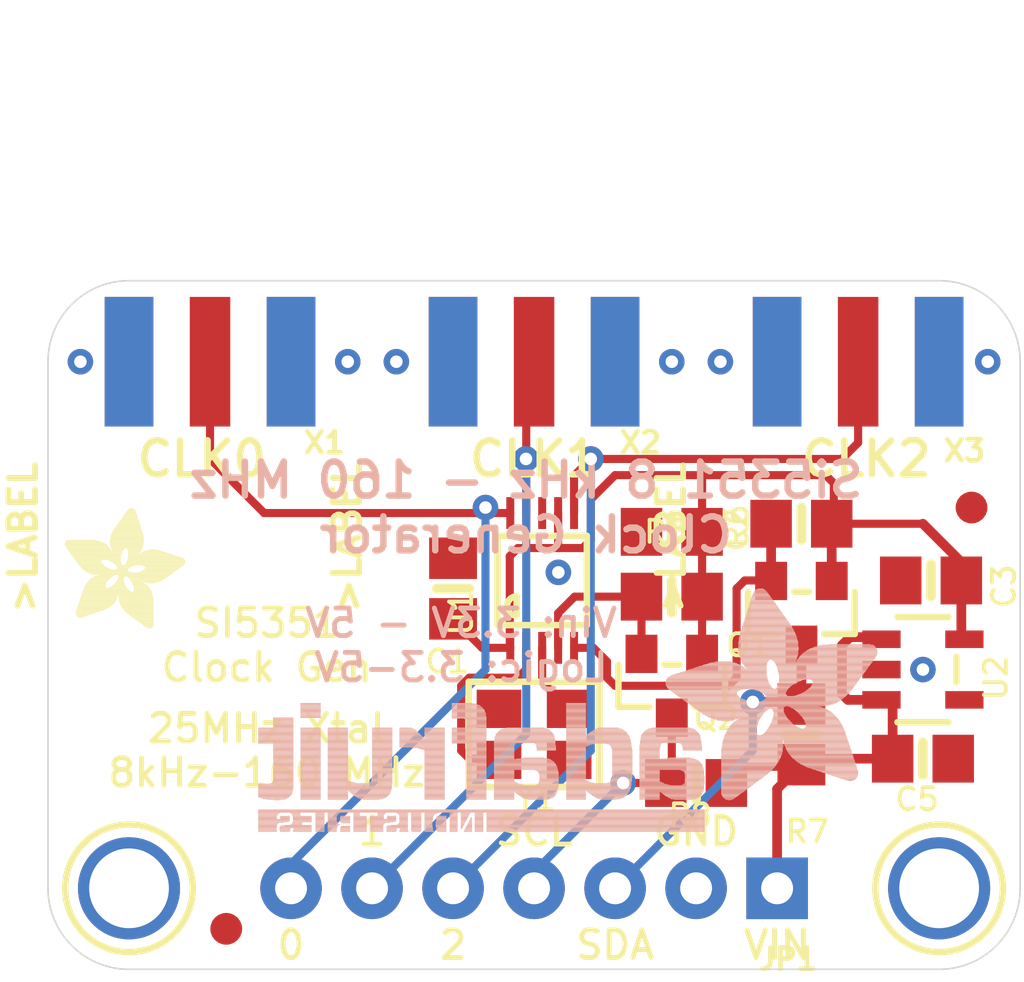
<source format=kicad_pcb>
(kicad_pcb (version 20211014) (generator pcbnew)
  (layers (0 "F.Cu" signal) (31 "B.Cu" signal) (34 "B.Paste" user) (35 "F.Paste" user) (36 "B.SilkS" user "B.Silkscreen") (37 "F.SilkS" user "F.Silkscreen") (38 "B.Mask" user) (39 "F.Mask" user) (44 "Edge.Cuts" user))
  (net 0 "")
  (net 1 "N$1")
  (net 2 "N$2")
  (net 3 "GND")
  (net 4 "CLK2")
  (net 5 "CLK1")
  (net 6 "CLK0")
  (net 7 "VDD")
  (net 8 "SCL_3V")
  (net 9 "SDA_3V")
  (net 10 "SDA_5V")
  (net 11 "SCL_5V")
  (net 12 "VIN")
  (footprint "boardEagle:CRYSTAL_3.2X2.5" (layer "F.Cu") (at 148.5011 108.4326 180)
    (fp_text reference "Y1" (at -0.762 -2.032) (layer "F.SilkS") (effects (font (size 0.692831 0.692831) (thickness 0.119969)) (justify right)))
    (fp_text value "25MHz")
    (pad "1" smd rect (at -1.1 0.8 180) (size 1.4 1.2) (layers "F.Cu" "F.Paste" "F.Mask") (net 1 "N$1"))
    (pad "2" smd rect (at 1.1 -0.8 180) (size 1.4 1.2) (layers "F.Cu" "F.Paste" "F.Mask") (net 2 "N$2"))
    (pad "GND1" smd rect (at -1.1 -0.8 180) (size 1.4 1.2) (layers "F.Cu" "F.Paste" "F.Mask"))
    (pad "GND2" smd rect (at 1.1 0.8 180) (size 1.4 1.2) (layers "F.Cu" "F.Paste" "F.Mask"))
  )
  (footprint "boardEagle:0805-NO" (layer "F.Cu") (at 152.8191 104.1146)
    (fp_text reference "R5" (at 0.5715 -2.032) (layer "F.SilkS") (effects (font (size 0.692831 0.692831) (thickness 0.119969)) (justify right)))
    (fp_text value "10K")
    (pad "1" smd rect (at -0.95 0) (size 1.3 1.5) (layers "F.Cu" "F.Paste" "F.Mask") (net 8 "SCL_3V"))
    (pad "2" smd rect (at 0.95 0) (size 1.3 1.5) (layers "F.Cu" "F.Paste" "F.Mask") (net 7 "VDD"))
  )
  (footprint "boardEagle:MOUNTINGHOLE_2.5_PLATED" (layer "F.Cu") (at 135.8011 113.2586 180)
    (fp_text reference "U$11" hide)
    (fp_text value "MOUNTINGHOLE2.5" hide)
    (pad "P$1" thru_hole circle (at 0 0 180) (size 3.2 3.2) (drill 2.5) (layers *.Cu *.Mask))
  )
  (footprint "boardEagle:SOT23-WIDE" (layer "F.Cu") (at 152.8191 106.9086 180)
    (fp_text reference "Q2" (at -2.159 -1.016) (layer "F.SilkS") (effects (font (size 0.692831 0.692831) (thickness 0.119969)) (justify right)))
    (fp_text value "BSS138")
    (pad "1" smd rect (at -0.95 1 180) (size 1 1.2) (layers "F.Cu" "F.Paste" "F.Mask") (net 7 "VDD"))
    (pad "2" smd rect (at 0.95 1 180) (size 1 1.2) (layers "F.Cu" "F.Paste" "F.Mask") (net 8 "SCL_3V"))
    (pad "3" smd rect (at 0 -1 180) (size 1 1.2) (layers "F.Cu" "F.Paste" "F.Mask") (net 11 "SCL_5V"))
  )
  (footprint "boardEagle:SOT23-5" (layer "F.Cu") (at 160.6931 106.4006 -90)
    (fp_text reference "U2" (at -0.508 -2.286 90) (layer "F.SilkS") (effects (font (size 0.692831 0.692831) (thickness 0.119969)) (justify right)))
    (fp_text value "RT9193")
    (pad "1" smd rect (at -0.95 1.3001 270) (size 0.55 1.2) (layers "F.Cu" "F.Paste" "F.Mask") (net 12 "VIN"))
    (pad "2" smd rect (at 0 1.3001 270) (size 0.55 1.2) (layers "F.Cu" "F.Paste" "F.Mask") (net 3 "GND"))
    (pad "3" smd rect (at 0.95 1.3001 270) (size 0.55 1.2) (layers "F.Cu" "F.Paste" "F.Mask") (net 12 "VIN"))
    (pad "4" smd rect (at 0.95 -1.3001 270) (size 0.55 1.2) (layers "F.Cu" "F.Paste" "F.Mask"))
    (pad "5" smd rect (at -0.95 -1.3001 270) (size 0.55 1.2) (layers "F.Cu" "F.Paste" "F.Mask") (net 7 "VDD"))
  )
  (footprint "boardEagle:SMA_EDGELAUNCH" (layer "F.Cu") (at 148.5011 94.7166 -90)
    (fp_text reference "X2" (at 4.572 -4.064) (layer "F.SilkS") (effects (font (size 0.662838 0.662838) (thickness 0.149962)) (justify right)))
    (fp_text value "")
    (fp_text user ">LABEL" (at 5.08 6.35 -90) (layer "F.SilkS") (effects (font (size 0.83312 0.83312) (thickness 0.18288)) (justify right top)))
    (pad "GND@1" smd rect (at 2.032 2.54) (size 1.524 4.064) (layers "F.Cu" "F.Mask") (net 3 "GND"))
    (pad "GND@2" smd rect (at 2.032 -2.54) (size 1.524 4.064) (layers "F.Cu" "F.Mask") (net 3 "GND"))
    (pad "GND@3" smd rect (at 2.032 -2.54) (size 1.524 4.064) (layers "B.Cu" "B.Mask") (net 3 "GND"))
    (pad "GND@4" smd rect (at 2.032 2.54) (size 1.524 4.064) (layers "B.Cu" "B.Mask") (net 3 "GND"))
    (pad "P" smd rect (at 2.032 0) (size 1.27 4.064) (layers "F.Cu" "F.Mask") (net 5 "CLK1"))
  )
  (footprint "boardEagle:0805-NO" (layer "F.Cu") (at 160.6931 109.1946)
    (fp_text reference "C5" (at 0.5715 1.27) (layer "F.SilkS") (effects (font (size 0.692831 0.692831) (thickness 0.119969)) (justify right)))
    (fp_text value "10µF")
    (pad "1" smd rect (at -0.95 0) (size 1.3 1.5) (layers "F.Cu" "F.Paste" "F.Mask") (net 12 "VIN"))
    (pad "2" smd rect (at 0.95 0) (size 1.3 1.5) (layers "F.Cu" "F.Paste" "F.Mask") (net 3 "GND"))
  )
  (footprint "boardEagle:0805-NO" (layer "F.Cu") (at 160.9471 103.6066 180)
    (fp_text reference "C3" (at -2.286 0.5715 90) (layer "F.SilkS") (effects (font (size 0.692831 0.692831) (thickness 0.119969)) (justify right)))
    (fp_text value "10µF")
    (pad "1" smd rect (at -0.95 0 180) (size 1.3 1.5) (layers "F.Cu" "F.Paste" "F.Mask") (net 7 "VDD"))
    (pad "2" smd rect (at 0.95 0 180) (size 1.3 1.5) (layers "F.Cu" "F.Paste" "F.Mask") (net 3 "GND"))
  )
  (footprint "boardEagle:SMA_EDGELAUNCH" (layer "F.Cu") (at 158.6611 94.7166 -90)
    (fp_text reference "X3" (at 4.826 -4.064) (layer "F.SilkS") (effects (font (size 0.662838 0.662838) (thickness 0.149962)) (justify right)))
    (fp_text value "")
    (fp_text user ">LABEL" (at 5.08 6.35 -90) (layer "F.SilkS") (effects (font (size 0.83312 0.83312) (thickness 0.18288)) (justify right top)))
    (pad "GND@1" smd rect (at 2.032 2.54) (size 1.524 4.064) (layers "F.Cu" "F.Mask") (net 3 "GND"))
    (pad "GND@2" smd rect (at 2.032 -2.54) (size 1.524 4.064) (layers "F.Cu" "F.Mask") (net 3 "GND"))
    (pad "GND@3" smd rect (at 2.032 -2.54) (size 1.524 4.064) (layers "B.Cu" "B.Mask") (net 3 "GND"))
    (pad "GND@4" smd rect (at 2.032 2.54) (size 1.524 4.064) (layers "B.Cu" "B.Mask") (net 3 "GND"))
    (pad "P" smd rect (at 2.032 0) (size 1.27 4.064) (layers "F.Cu" "F.Mask") (net 4 "CLK2"))
  )
  (footprint "boardEagle:FIDUCIAL_1MM" (layer "F.Cu") (at 162.2171 101.3206 180)
    (fp_text reference "FID1" hide)
    (fp_text value "FIDUCIAL\"\"" hide)
    (pad "1" smd roundrect (at 0 0 180) (size 1 1) (layers "F.Cu" "F.Mask") (roundrect_rratio 0.5))
  )
  (footprint "boardEagle:ADAFRUIT_3.5MM" (layer "F.Cu") (at 133.7691 105.1306)
    (fp_text reference "U$12" hide)
    (fp_text value "" hide)
  )
  (footprint "boardEagle:0805-NO" (layer "F.Cu") (at 152.8191 102.0826 180)
    (fp_text reference "C2" (at -2.032 0.8255 90) (layer "F.SilkS") (effects (font (size 0.692831 0.692831) (thickness 0.119969)) (justify right)))
    (fp_text value "0.47uF")
    (pad "1" smd rect (at -0.95 0 180) (size 1.3 1.5) (layers "F.Cu" "F.Paste" "F.Mask") (net 7 "VDD"))
    (pad "2" smd rect (at 0.95 0 180) (size 1.3 1.5) (layers "F.Cu" "F.Paste" "F.Mask") (net 3 "GND"))
  )
  (footprint "boardEagle:MSOP10" (layer "F.Cu") (at 148.7551 103.6066)
    (fp_text reference "U1" (at -2.54 0.254 90) (layer "F.SilkS") (effects (font (size 0.692831 0.692831) (thickness 0.119969)) (justify right)))
    (fp_text value "Si5351A-B-GT")
    (pad "1" smd rect (at -1 2.1131) (size 0.25 1) (layers "F.Cu" "F.Paste" "F.Mask") (net 7 "VDD"))
    (pad "2" smd rect (at -0.5 2.1131) (size 0.25 1) (layers "F.Cu" "F.Paste" "F.Mask") (net 2 "N$2"))
    (pad "3" smd rect (at 0 2.1131) (size 0.25 1) (layers "F.Cu" "F.Paste" "F.Mask") (net 1 "N$1"))
    (pad "4" smd rect (at 0.5 2.1131) (size 0.25 1) (layers "F.Cu" "F.Paste" "F.Mask") (net 8 "SCL_3V"))
    (pad "5" smd rect (at 1 2.1131) (size 0.25 1) (layers "F.Cu" "F.Paste" "F.Mask") (net 9 "SDA_3V"))
    (pad "6" smd rect (at 1 -2.1131 180) (size 0.25 1) (layers "F.Cu" "F.Paste" "F.Mask") (net 4 "CLK2"))
    (pad "7" smd rect (at 0.5 -2.1131 180) (size 0.25 1) (layers "F.Cu" "F.Paste" "F.Mask") (net 7 "VDD"))
    (pad "8" smd rect (at 0 -2.1131 180) (size 0.25 1) (layers "F.Cu" "F.Paste" "F.Mask") (net 3 "GND"))
    (pad "9" smd rect (at -0.5 -2.1131 180) (size 0.25 1) (layers "F.Cu" "F.Paste" "F.Mask") (net 5 "CLK1"))
    (pad "10" smd rect (at -1 -2.1131 180) (size 0.25 1) (layers "F.Cu" "F.Paste" "F.Mask") (net 6 "CLK0"))
  )
  (footprint "boardEagle:0805-NO" (layer "F.Cu") (at 145.9611 103.8606 90)
    (fp_text reference "C1" (at -2.286 0.5715) (layer "F.SilkS") (effects (font (size 0.692831 0.692831) (thickness 0.119969)) (justify right)))
    (fp_text value "0.47uF")
    (pad "1" smd rect (at -0.95 0 90) (size 1.3 1.5) (layers "F.Cu" "F.Paste" "F.Mask") (net 7 "VDD"))
    (pad "2" smd rect (at 0.95 0 90) (size 1.3 1.5) (layers "F.Cu" "F.Paste" "F.Mask") (net 3 "GND"))
  )
  (footprint "boardEagle:1X07_ROUND_76" (layer "F.Cu") (at 148.5011 113.2586 180)
    (fp_text reference "JP1" (at -8.9662 -1.8288 180) (layer "F.SilkS") (effects (font (size 0.666496 0.666496) (thickness 0.146304)) (justify right top)))
    (fp_text value "")
    (pad "1" thru_hole rect (at -7.62 0 270) (size 1.9304 1.9304) (drill 1) (layers *.Cu *.Mask) (net 12 "VIN"))
    (pad "2" thru_hole circle (at -5.08 0 270) (size 1.9304 1.9304) (drill 1) (layers *.Cu *.Mask) (net 3 "GND"))
    (pad "3" thru_hole circle (at -2.54 0 270) (size 1.9304 1.9304) (drill 1) (layers *.Cu *.Mask) (net 10 "SDA_5V"))
    (pad "4" thru_hole circle (at 0 0 270) (size 1.9304 1.9304) (drill 1) (layers *.Cu *.Mask) (net 11 "SCL_5V"))
    (pad "5" thru_hole circle (at 2.54 0 270) (size 1.9304 1.9304) (drill 1) (layers *.Cu *.Mask) (net 4 "CLK2"))
    (pad "6" thru_hole circle (at 5.08 0 270) (size 1.9304 1.9304) (drill 1) (layers *.Cu *.Mask) (net 5 "CLK1"))
    (pad "7" thru_hole circle (at 7.62 0 270) (size 1.9304 1.9304) (drill 1) (layers *.Cu *.Mask) (net 6 "CLK0"))
  )
  (footprint "boardEagle:0805-NO" (layer "F.Cu") (at 156.8831 108.4326 -90)
    (fp_text reference "R7" (at 3.048 0.5715) (layer "F.SilkS") (effects (font (size 0.692831 0.692831) (thickness 0.119969)) (justify left)))
    (fp_text value "10K")
    (pad "1" smd rect (at -0.95 0 270) (size 1.3 1.5) (layers "F.Cu" "F.Paste" "F.Mask") (net 10 "SDA_5V"))
    (pad "2" smd rect (at 0.95 0 270) (size 1.3 1.5) (layers "F.Cu" "F.Paste" "F.Mask") (net 12 "VIN"))
  )
  (footprint "boardEagle:SMA_EDGELAUNCH" (layer "F.Cu") (at 138.3411 94.7166 -90)
    (fp_text reference "X1" (at 4.572 -4.318) (layer "F.SilkS") (effects (font (size 0.662838 0.662838) (thickness 0.149962)) (justify right)))
    (fp_text value "")
    (fp_text user ">LABEL" (at 5.08 6.35 -90) (layer "F.SilkS") (effects (font (size 0.83312 0.83312) (thickness 0.18288)) (justify right top)))
    (pad "GND@1" smd rect (at 2.032 2.54) (size 1.524 4.064) (layers "F.Cu" "F.Mask") (net 3 "GND"))
    (pad "GND@2" smd rect (at 2.032 -2.54) (size 1.524 4.064) (layers "F.Cu" "F.Mask") (net 3 "GND"))
    (pad "GND@3" smd rect (at 2.032 -2.54) (size 1.524 4.064) (layers "B.Cu" "B.Mask") (net 3 "GND"))
    (pad "GND@4" smd rect (at 2.032 2.54) (size 1.524 4.064) (layers "B.Cu" "B.Mask") (net 3 "GND"))
    (pad "P" smd rect (at 2.032 0) (size 1.27 4.064) (layers "F.Cu" "F.Mask") (net 6 "CLK0"))
  )
  (footprint "boardEagle:0805-NO" (layer "F.Cu") (at 156.8831 101.8286)
    (fp_text reference "R6" (at -2.032 0.8255 90) (layer "F.SilkS") (effects (font (size 0.692831 0.692831) (thickness 0.119969)) (justify left)))
    (fp_text value "10K")
    (pad "1" smd rect (at -0.95 0) (size 1.3 1.5) (layers "F.Cu" "F.Paste" "F.Mask") (net 9 "SDA_3V"))
    (pad "2" smd rect (at 0.95 0) (size 1.3 1.5) (layers "F.Cu" "F.Paste" "F.Mask") (net 7 "VDD"))
  )
  (footprint "boardEagle:MOUNTINGHOLE_2.5_PLATED" (layer "F.Cu") (at 161.2011 113.2586 180)
    (fp_text reference "U$10" hide)
    (fp_text value "MOUNTINGHOLE2.5" hide)
    (pad "P$1" thru_hole circle (at 0 0 180) (size 3.2 3.2) (drill 2.5) (layers *.Cu *.Mask))
  )
  (footprint "boardEagle:SOT23-WIDE" (layer "F.Cu") (at 156.8831 104.6226 180)
    (fp_text reference "Q1" (at 0.889 -1.016) (layer "F.SilkS") (effects (font (size 0.692831 0.692831) (thickness 0.119969)) (justify right)))
    (fp_text value "BSS138")
    (pad "1" smd rect (at -0.95 1 180) (size 1 1.2) (layers "F.Cu" "F.Paste" "F.Mask") (net 7 "VDD"))
    (pad "2" smd rect (at 0.95 1 180) (size 1 1.2) (layers "F.Cu" "F.Paste" "F.Mask") (net 9 "SDA_3V"))
    (pad "3" smd rect (at 0 -1 180) (size 1 1.2) (layers "F.Cu" "F.Paste" "F.Mask") (net 10 "SDA_5V"))
  )
  (footprint "boardEagle:FIDUCIAL_1MM" (layer "F.Cu") (at 138.8491 114.5286 180)
    (fp_text reference "FID2" hide)
    (fp_text value "FIDUCIAL\"\"" hide)
    (pad "1" smd roundrect (at 0 0 180) (size 1 1) (layers "F.Cu" "F.Mask") (roundrect_rratio 0.5))
  )
  (footprint "boardEagle:0805-NO" (layer "F.Cu") (at 153.5811 109.9566)
    (fp_text reference "R8" (at 0.5715 1.016) (layer "F.SilkS") (effects (font (size 0.692831 0.692831) (thickness 0.119969)) (justify right)))
    (fp_text value "10K")
    (pad "1" smd rect (at -0.95 0) (size 1.3 1.5) (layers "F.Cu" "F.Paste" "F.Mask") (net 11 "SCL_5V"))
    (pad "2" smd rect (at 0.95 0) (size 1.3 1.5) (layers "F.Cu" "F.Paste" "F.Mask") (net 12 "VIN"))
  )
  (footprint "boardEagle:ADAFRUIT_TEXT_20MM" (layer "B.Cu") (at 159.4231 111.4806 180)
    (fp_text reference "U$23" hide)
    (fp_text value "" hide)
  )
  (gr_line (start 135.8011 94.2086) (end 161.2011 94.2086) (layer "Edge.Cuts") (width 0.05))
  (gr_arc (start 161.2011 94.2086) (mid 162.997151 94.952549) (end 163.7411 96.7486) (layer "Edge.Cuts") (width 0.05))
  (gr_arc (start 135.8011 115.7986) (mid 134.005049 115.054651) (end 133.2611 113.2586) (layer "Edge.Cuts") (width 0.05))
  (gr_arc (start 133.2611 96.7486) (mid 134.005049 94.952549) (end 135.8011 94.2086) (layer "Edge.Cuts") (width 0.05))
  (gr_line (start 163.7411 96.7486) (end 163.7411 113.2586) (layer "Edge.Cuts") (width 0.05))
  (gr_arc (start 163.7411 113.2586) (mid 162.997151 115.054651) (end 161.2011 115.7986) (layer "Edge.Cuts") (width 0.05))
  (gr_line (start 133.2611 113.2586) (end 133.2611 96.7486) (layer "Edge.Cuts") (width 0.05))
  (gr_line (start 161.2011 115.7986) (end 135.8011 115.7986) (layer "Edge.Cuts") (width 0.05))
  (gr_text "Vin: 3.3V - 5V\nLogic: 3.3-5V" (at 146.2151 105.6386) (layer "B.SilkS") (effects (font (size 0.8636 0.8636) (thickness 0.1524)) (justify mirror)))
  (gr_text "Si5351 8 kHz - 160 MHz\nClock Generator" (at 148.2471 101.3206) (layer "B.SilkS") (effects (font (size 1.0668 1.0668) (thickness 0.2032)) (justify mirror)))
  (gr_text "0" (at 140.8811 115.0366) (layer "F.SilkS") (effects (font (size 0.8636 0.8636) (thickness 0.1524))))
  (gr_text "CLK1" (at 148.5011 99.7966) (layer "F.SilkS") (effects (font (size 1.0668 1.0668) (thickness 0.2032))))
  (gr_text "CLK2" (at 158.9151 99.7966) (layer "F.SilkS") (effects (font (size 1.0668 1.0668) (thickness 0.2032))))
  (gr_text "1" (at 143.4211 111.4806) (layer "F.SilkS") (effects (font (size 0.8636 0.8636) (thickness 0.1524))))
  (gr_text "25MHz Xtal\n8kHz-160 MHz" (at 140.1191 108.9406) (layer "F.SilkS") (effects (font (size 0.8636 0.8636) (thickness 0.1524))))
  (gr_text "SDA" (at 151.0411 115.0366) (layer "F.SilkS") (effects (font (size 0.8636 0.8636) (thickness 0.1524))))
  (gr_text "SCL" (at 148.5011 111.4806) (layer "F.SilkS") (effects (font (size 0.8636 0.8636) (thickness 0.1524))))
  (gr_text "CLK0" (at 138.0871 99.7966) (layer "F.SilkS") (effects (font (size 1.0668 1.0668) (thickness 0.2032))))
  (gr_text "GND" (at 153.5811 111.4806) (layer "F.SilkS") (effects (font (size 0.8636 0.8636) (thickness 0.1524))))
  (gr_text "VIN" (at 156.1211 115.0366) (layer "F.SilkS") (effects (font (size 0.8636 0.8636) (thickness 0.1524))))
  (gr_text "2" (at 145.9611 115.0366) (layer "F.SilkS") (effects (font (size 0.8636 0.8636) (thickness 0.1524))))
  (gr_text "SI5351\nClock Gen" (at 140.1191 105.6386) (layer "F.SilkS") (effects (font (size 0.8636 0.8636) (thickness 0.1524))))
  (segment (start 148.7551 106.7866) (end 149.6011 107.6326) (width 0.254) (layer "F.Cu") (net 1))
  (segment (start 148.7551 105.7197) (end 148.7551 106.7866) (width 0.254) (layer "F.Cu") (net 1))
  (segment (start 146.4691 109.1946) (end 147.3631 109.1946) (width 0.254) (layer "F.Cu") (net 2))
  (segment (start 147.3631 109.1946) (end 147.4011 109.2326) (width 0.254) (layer "F.Cu") (net 2))
  (segment (start 146.2151 108.9406) (end 146.4691 109.1946) (width 0.254) (layer "F.Cu") (net 2))
  (segment (start 147.9931 106.6546) (end 146.4691 106.6546) (width 0.254) (layer "F.Cu") (net 2))
  (segment (start 148.2551 105.7197) (end 148.2551 106.3926) (width 0.254) (layer "F.Cu") (net 2))
  (segment (start 146.2151 106.9086) (end 146.2151 108.9406) (width 0.254) (layer "F.Cu") (net 2))
  (segment (start 148.2551 106.3926) (end 147.9931 106.6546) (width 0.254) (layer "F.Cu") (net 2))
  (segment (start 146.4691 106.6546) (end 146.2151 106.9086) (width 0.254) (layer "F.Cu") (net 2))
  (via (at 134.2771 96.7486) (size 0.8001) (drill 0.3937) (layers "F.Cu" "B.Cu") (net 3))
  (via (at 152.8191 96.7486) (size 0.8001) (drill 0.3937) (layers "F.Cu" "B.Cu") (net 3))
  (via (at 160.6931 106.4006) (size 0.8001) (drill 0.3937) (layers "F.Cu" "B.Cu") (net 3))
  (via (at 144.1831 96.7486) (size 0.8001) (drill 0.3937) (layers "F.Cu" "B.Cu") (net 3))
  (via (at 154.3431 96.7486) (size 0.8001) (drill 0.3937) (layers "F.Cu" "B.Cu") (net 3))
  (via (at 142.6591 96.7486) (size 0.8001) (drill 0.3937) (layers "F.Cu" "B.Cu") (net 3))
  (via (at 162.7251 96.7486) (size 0.8001) (drill 0.3937) (layers "F.Cu" "B.Cu") (net 3))
  (via (at 149.2631 103.3526) (size 0.8001) (drill 0.3937) (layers "F.Cu" "B.Cu") (net 3))
  (segment (start 149.7551 101.4935) (end 149.7551 100.3206) (width 0.254) (layer "F.Cu") (net 4))
  (segment (start 158.6611 99.2886) (end 158.6611 96.7486) (width 0.254) (layer "F.Cu") (net 4))
  (segment (start 149.7551 100.3206) (end 150.2791 99.7966) (width 0.254) (layer "F.Cu") (net 4))
  (segment (start 158.1531 99.7966) (end 158.6611 99.2886) (width 0.254) (layer "F.Cu") (net 4))
  (segment (start 150.2791 99.7966) (end 158.1531 99.7966) (width 0.254) (layer "F.Cu") (net 4))
  (via (at 150.2791 99.7966) (size 0.8001) (drill 0.3937) (layers "F.Cu" "B.Cu") (net 4))
  (segment (start 150.2791 108.9406) (end 150.2791 99.7966) (width 0.254) (layer "B.Cu") (net 4))
  (segment (start 145.9611 113.2586) (end 150.2791 108.9406) (width 0.254) (layer "B.Cu") (net 4))
  (segment (start 148.2551 101.4935) (end 148.2551 99.5426) (width 0.254) (layer "F.Cu") (net 5))
  (segment (start 148.2471 99.7966) (end 148.2471 99.5426) (width 0.254) (layer "F.Cu") (net 5))
  (segment (start 148.2551 96.9946) (end 148.5011 96.7486) (width 0.254) (layer "F.Cu") (net 5))
  (segment (start 148.2471 99.5426) (end 148.2551 99.5426) (width 0.254) (layer "F.Cu") (net 5))
  (segment (start 148.2551 99.5426) (end 148.2551 96.9946) (width 0.254) (layer "F.Cu") (net 5))
  (via (at 148.2471 99.7966) (size 0.8001) (drill 0.3937) (layers "F.Cu" "B.Cu") (net 5))
  (segment (start 143.4211 113.2586) (end 148.2551 108.4246) (width 0.254) (layer "B.Cu") (net 5))
  (segment (start 148.2551 108.4246) (end 148.2551 99.7966) (width 0.254) (layer "B.Cu") (net 5))
  (segment (start 148.2551 99.7966) (end 148.2471 99.7966) (width 0.254) (layer "B.Cu") (net 5))
  (segment (start 138.3411 99.7966) (end 138.3411 96.7486) (width 0.254) (layer "F.Cu") (net 6))
  (segment (start 146.7231 101.4935) (end 140.038 101.4935) (width 0.254) (layer "F.Cu") (net 6))
  (segment (start 146.7231 101.3206) (end 146.7231 101.4935) (width 0.254) (layer "F.Cu") (net 6))
  (segment (start 146.9771 101.3206) (end 146.7231 101.3206) (width 0.254) (layer "F.Cu") (net 6))
  (segment (start 147.7551 101.4935) (end 146.7231 101.4935) (width 0.254) (layer "F.Cu") (net 6))
  (segment (start 140.038 101.4935) (end 138.3411 99.7966) (width 0.254) (layer "F.Cu") (net 6))
  (via (at 146.9771 101.3206) (size 0.8001) (drill 0.3937) (layers "F.Cu" "B.Cu") (net 6))
  (segment (start 146.9771 106.4006) (end 146.9771 101.3206) (width 0.254) (layer "B.Cu") (net 6))
  (segment (start 140.8811 112.4966) (end 146.9771 106.4006) (width 0.254) (layer "B.Cu") (net 6))
  (segment (start 140.8811 113.2586) (end 140.8811 112.4966) (width 0.254) (layer "B.Cu") (net 6))
  (segment (start 153.7691 102.0826) (end 153.7691 100.3706) (width 0.254) (layer "F.Cu") (net 7))
  (segment (start 147.7551 105.7197) (end 146.8702 105.7197) (width 0.254) (layer "F.Cu") (net 7))
  (segment (start 147.7391 105.7037) (end 147.7551 105.7197) (width 0.254) (layer "F.Cu") (net 7))
  (segment (start 153.7691 104.1146) (end 153.7691 105.9086) (width 0.254) (layer "F.Cu") (net 7))
  (segment (start 147.9931 102.5906) (end 147.7391 102.8446) (width 0.254) (layer "F.Cu") (net 7))
  (segment (start 150.0251 102.5906) (end 150.2791 102.3366) (width 0.254) (layer "F.Cu") (net 7))
  (segment (start 149.2551 101.4935) (end 149.2551 102.5826) (width 0.254) (layer "F.Cu") (net 7))
  (segment (start 149.2551 102.5826) (end 149.2631 102.5906) (width 0.254) (layer "F.Cu") (net 7))
  (segment (start 153.8351 100.3046) (end 157.6451 100.3046) (width 0.254) (layer "F.Cu") (net 7))
  (segment (start 161.8971 103.6066) (end 161.8971 105.4506) (width 0.3048) (layer "F.Cu") (net 7))
  (segment (start 157.8331 101.8286) (end 157.8331 103.6226) (width 0.3048) (layer "F.Cu") (net 7))
  (segment (start 157.8991 100.5586) (end 157.8991 101.7626) (width 0.254) (layer "F.Cu") (net 7))
  (segment (start 161.8971 103.0326) (end 160.6931 101.8286) (width 0.3048) (layer "F.Cu") (net 7))
  (segment (start 161.8971 105.4506) (end 161.9932 105.4506) (width 0.3048) (layer "F.Cu") (net 7))
  (segment (start 153.7691 102.0826) (end 153.7691 104.1146) (width 0.254) (layer "F.Cu") (net 7))
  (segment (start 153.7691 100.3706) (end 153.8351 100.3046) (width 0.254) (layer "F.Cu") (net 7))
  (segment (start 149.2631 102.5906) (end 147.9931 102.5906) (width 0.254) (layer "F.Cu") (net 7))
  (segment (start 146.8702 105.7197) (end 145.9611 104.8106) (width 0.254) (layer "F.Cu") (net 7))
  (segment (start 150.2791 102.3366) (end 150.2791 101.0666) (width 0.254) (layer "F.Cu") (net 7))
  (segment (start 157.6451 100.3046) (end 157.8991 100.5586) (width 0.254) (layer "F.Cu") (net 7))
  (segment (start 161.8971 103.6066) (end 161.8971 103.0326) (width 0.3048) (layer "F.Cu") (net 7))
  (segment (start 160.6931 101.8286) (end 157.8331 101.8286) (width 0.254) (layer "F.Cu") (net 7))
  (segment (start 151.0411 100.3046) (end 153.8351 100.3046) (width 0.254) (layer "F.Cu") (net 7))
  (segment (start 157.8991 101.7626) (end 157.8331 101.8286) (width 0.254) (layer "F.Cu") (net 7))
  (segment (start 147.7391 102.8446) (end 147.7391 105.7037) (width 0.254) (layer "F.Cu") (net 7))
  (segment (start 150.0251 102.5906) (end 149.2631 102.5906) (width 0.254) (layer "F.Cu") (net 7))
  (segment (start 150.2791 101.0666) (end 151.0411 100.3046) (width 0.254) (layer "F.Cu") (net 7))
  (segment (start 149.2551 104.6306) (end 149.7711 104.1146) (width 0.254) (layer "F.Cu") (net 8))
  (segment (start 149.7711 104.1146) (end 151.8691 104.1146) (width 0.254) (layer "F.Cu") (net 8))
  (segment (start 149.2551 105.7197) (end 149.2551 104.6306) (width 0.254) (layer "F.Cu") (net 8))
  (segment (start 151.8691 104.1146) (end 151.8691 105.9086) (width 0.254) (layer "F.Cu") (net 8))
  (segment (start 155.9331 101.8286) (end 155.9331 103.6226) (width 0.3048) (layer "F.Cu") (net 9))
  (segment (start 151.0411 106.9086) (end 154.5971 106.9086) (width 0.254) (layer "F.Cu") (net 9))
  (segment (start 150.7871 106.6546) (end 151.0411 106.9086) (width 0.254) (layer "F.Cu") (net 9))
  (segment (start 154.8511 106.6546) (end 154.8511 103.8606) (width 0.254) (layer "F.Cu") (net 9))
  (segment (start 155.9171 103.6066) (end 155.9331 103.6226) (width 0.254) (layer "F.Cu") (net 9))
  (segment (start 154.5971 106.9086) (end 154.8511 106.6546) (width 0.254) (layer "F.Cu") (net 9))
  (segment (start 150.3602 105.7197) (end 150.7871 106.1466) (width 0.254) (layer "F.Cu") (net 9))
  (segment (start 155.1051 103.6066) (end 155.9171 103.6066) (width 0.254) (layer "F.Cu") (net 9))
  (segment (start 154.8511 103.8606) (end 155.1051 103.6066) (width 0.254) (layer "F.Cu") (net 9))
  (segment (start 149.7551 105.7197) (end 150.3602 105.7197) (width 0.254) (layer "F.Cu") (net 9))
  (segment (start 150.7871 106.1466) (end 150.7871 106.6546) (width 0.254) (layer "F.Cu") (net 9))
  (segment (start 156.8831 107.4826) (end 156.8831 105.6226) (width 0.3048) (layer "F.Cu") (net 10))
  (segment (start 156.8831 107.4826) (end 156.8171 107.4166) (width 0.3048) (layer "F.Cu") (net 10))
  (segment (start 156.8171 107.4166) (end 155.3591 107.4166) (width 0.3048) (layer "F.Cu") (net 10))
  (via (at 155.3591 107.4166) (size 0.8001) (drill 0.3937) (layers "F.Cu" "B.Cu") (net 10))
  (segment (start 155.3591 108.9406) (end 155.3591 107.4166) (width 0.254) (layer "B.Cu") (net 10))
  (segment (start 151.0411 113.2586) (end 155.3591 108.9406) (width 0.254) (layer "B.Cu") (net 10))
  (segment (start 152.8191 109.7686) (end 152.6311 109.9566) (width 0.254) (layer "F.Cu") (net 11))
  (segment (start 152.8191 107.9086) (end 152.8191 109.7686) (width 0.254) (layer "F.Cu") (net 11))
  (segment (start 152.6311 109.9566) (end 151.2951 109.9566) (width 0.254) (layer "F.Cu") (net 11))
  (via (at 151.2951 109.9566) (size 0.8001) (drill 0.3937) (layers "F.Cu" "B.Cu") (net 11))
  (segment (start 148.5011 112.7506) (end 151.2951 109.9566) (width 0.254) (layer "B.Cu") (net 11))
  (segment (start 148.5011 113.2586) (end 148.5011 112.7506) (width 0.254) (layer "B.Cu") (net 11))
  (segment (start 155.1051 109.4486) (end 156.8171 109.4486) (width 0.254) (layer "F.Cu") (net 12))
  (segment (start 154.5311 109.9566) (end 154.5971 109.9566) (width 0.254) (layer "F.Cu") (net 12))
  (segment (start 159.7431 109.1946) (end 157.0711 109.1946) (width 0.3048) (layer "F.Cu") (net 12))
  (segment (start 159.327 105.3846) (end 159.393 105.4506) (width 0.3048) (layer "F.Cu") (net 12))
  (segment (start 159.7431 109.1946) (end 159.7431 107.3506) (width 0.3048) (layer "F.Cu") (net 12))
  (segment (start 159.393 107.3506) (end 158.3411 107.3506) (width 0.3048) (layer "F.Cu") (net 12))
  (segment (start 158.1531 105.6386) (end 158.4071 105.3846) (width 0.3048) (layer "F.Cu") (net 12))
  (segment (start 156.8171 109.4486) (end 156.8831 109.3826) (width 0.254) (layer "F.Cu") (net 12))
  (segment (start 156.1211 110.1446) (end 156.1211 113.2586) (width 0.3048) (layer "F.Cu") (net 12))
  (segment (start 158.1531 107.1626) (end 158.1531 105.6386) (width 0.3048) (layer "F.Cu") (net 12))
  (segment (start 154.5971 109.9566) (end 155.1051 109.4486) (width 0.254) (layer "F.Cu") (net 12))
  (segment (start 156.8831 109.3826) (end 156.1211 110.1446) (width 0.3048) (layer "F.Cu") (net 12))
  (segment (start 158.4071 105.3846) (end 159.327 105.3846) (width 0.3048) (layer "F.Cu") (net 12))
  (segment (start 157.0711 109.1946) (end 156.8831 109.3826) (width 0.3048) (layer "F.Cu") (net 12))
  (segment (start 158.3411 107.3506) (end 158.1531 107.1626) (width 0.3048) (layer "F.Cu") (net 12))
  (segment (start 159.7431 107.3506) (end 159.393 107.3506) (width 0.3048) (layer "F.Cu") (net 12))
)
</source>
